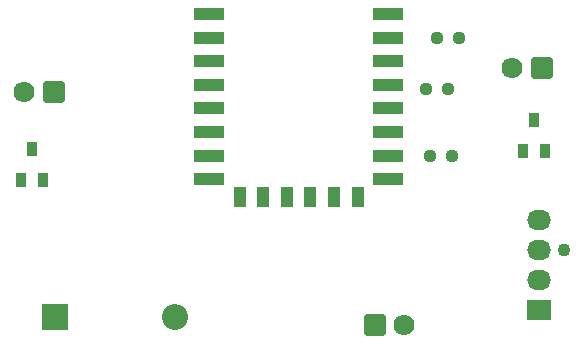
<source format=gbr>
%TF.GenerationSoftware,KiCad,Pcbnew,8.0.1*%
%TF.CreationDate,2024-04-05T19:32:32+05:30*%
%TF.ProjectId,TinyDrone,54696e79-4472-46f6-9e65-2e6b69636164,rev?*%
%TF.SameCoordinates,Original*%
%TF.FileFunction,Soldermask,Top*%
%TF.FilePolarity,Negative*%
%FSLAX46Y46*%
G04 Gerber Fmt 4.6, Leading zero omitted, Abs format (unit mm)*
G04 Created by KiCad (PCBNEW 8.0.1) date 2024-04-05 19:32:32*
%MOMM*%
%LPD*%
G01*
G04 APERTURE LIST*
G04 Aperture macros list*
%AMRoundRect*
0 Rectangle with rounded corners*
0 $1 Rounding radius*
0 $2 $3 $4 $5 $6 $7 $8 $9 X,Y pos of 4 corners*
0 Add a 4 corners polygon primitive as box body*
4,1,4,$2,$3,$4,$5,$6,$7,$8,$9,$2,$3,0*
0 Add four circle primitives for the rounded corners*
1,1,$1+$1,$2,$3*
1,1,$1+$1,$4,$5*
1,1,$1+$1,$6,$7*
1,1,$1+$1,$8,$9*
0 Add four rect primitives between the rounded corners*
20,1,$1+$1,$2,$3,$4,$5,0*
20,1,$1+$1,$4,$5,$6,$7,0*
20,1,$1+$1,$6,$7,$8,$9,0*
20,1,$1+$1,$8,$9,$2,$3,0*%
G04 Aperture macros list end*
%ADD10RoundRect,0.102000X-0.350000X-0.500000X0.350000X-0.500000X0.350000X0.500000X-0.350000X0.500000X0*%
%ADD11RoundRect,0.237500X-0.250000X-0.237500X0.250000X-0.237500X0.250000X0.237500X-0.250000X0.237500X0*%
%ADD12RoundRect,0.102000X-0.787500X-0.787500X0.787500X-0.787500X0.787500X0.787500X-0.787500X0.787500X0*%
%ADD13C,1.779000*%
%ADD14R,2.500000X1.000000*%
%ADD15R,1.000000X1.800000*%
%ADD16RoundRect,0.102000X0.787500X0.787500X-0.787500X0.787500X-0.787500X-0.787500X0.787500X-0.787500X0*%
%ADD17C,1.100000*%
%ADD18R,2.030000X1.730000*%
%ADD19O,2.030000X1.730000*%
%ADD20R,2.200000X2.200000*%
%ADD21O,2.200000X2.200000*%
G04 APERTURE END LIST*
D10*
%TO.C,Q1*%
X81990000Y-88460000D03*
X83890000Y-88460000D03*
X82940000Y-85860000D03*
%TD*%
D11*
%TO.C,R4*%
X117265000Y-76440000D03*
X119090000Y-76440000D03*
%TD*%
D12*
%TO.C,J1*%
X126090000Y-79020000D03*
D13*
X123590000Y-79020000D03*
%TD*%
D10*
%TO.C,Q2*%
X124510000Y-86000000D03*
X126410000Y-86000000D03*
X125460000Y-83400000D03*
%TD*%
D11*
%TO.C,R3*%
X116647500Y-86400000D03*
X118472500Y-86400000D03*
%TD*%
D14*
%TO.C,U1*%
X97910000Y-74400000D03*
X97910000Y-76400000D03*
X97910000Y-78400000D03*
X97910000Y-80400000D03*
X97910000Y-82400000D03*
X97910000Y-84400000D03*
X97910000Y-86400000D03*
X97910000Y-88400000D03*
D15*
X100510000Y-89900000D03*
X102510000Y-89900000D03*
X104510000Y-89900000D03*
X106510000Y-89900000D03*
X108510000Y-89900000D03*
X110510000Y-89900000D03*
D14*
X113110000Y-88400000D03*
X113110000Y-86400000D03*
X113110000Y-84400000D03*
X113110000Y-82400000D03*
X113110000Y-80400000D03*
X113110000Y-78400000D03*
X113110000Y-76400000D03*
X113110000Y-74400000D03*
%TD*%
D12*
%TO.C,J3*%
X84800000Y-80980000D03*
D13*
X82300000Y-80980000D03*
%TD*%
D11*
%TO.C,R5*%
X116297500Y-80770000D03*
X118122500Y-80770000D03*
%TD*%
D16*
%TO.C,J2*%
X111960000Y-100765000D03*
D13*
X114460000Y-100765000D03*
%TD*%
D17*
%TO.C,J5*%
X128010000Y-94350000D03*
D18*
X125850000Y-99430000D03*
D19*
X125850000Y-96890000D03*
X125850000Y-94350000D03*
X125850000Y-91810000D03*
%TD*%
D20*
%TO.C,D1*%
X84910000Y-100050000D03*
D21*
X95070000Y-100050000D03*
%TD*%
M02*

</source>
